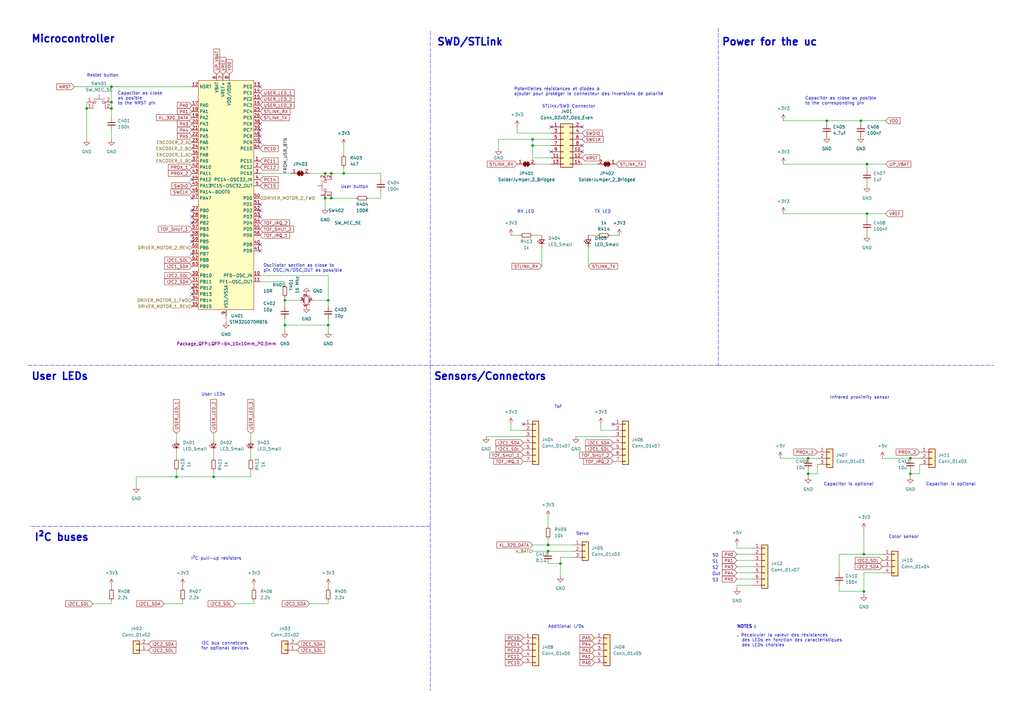
<source format=kicad_sch>
(kicad_sch (version 20211123) (generator eeschema)
  (paper "A3")
  (title_block (title "Projet Robot ESE") (date "2022-10-06") (rev "1.0") (company "ENSEA"))
  (junction (at 339.09 49.53))
  (junction (at 135.89 81.28))
  (junction (at 229.87 231.14))
  (junction (at 45.72 44.45))
  (junction (at 134.62 123.19))
  (junction (at 353.06 49.53))
  (junction (at 373.38 187.96))
  (junction (at 224.79 223.52))
  (junction (at 133.35 71.12))
  (junction (at 218.44 59.69))
  (junction (at 331.47 194.31))
  (junction (at 133.35 81.28))
  (junction (at 116.84 133.35))
  (junction (at 140.97 71.12))
  (junction (at 354.33 242.57))
  (junction (at 35.56 44.45))
  (junction (at 373.38 194.31))
  (junction (at 354.33 227.33))
  (junction (at 87.63 195.58))
  (junction (at 355.6 67.31))
  (junction (at 45.72 35.56))
  (junction (at 45.72 41.91))
  (junction (at 331.47 187.96))
  (junction (at 72.39 195.58))
  (junction (at 355.6 87.63))
  (junction (at 224.79 226.06))
  (junction (at 135.89 71.12))
  (junction (at 134.62 133.35))
  (junction (at 116.84 123.19))
  (junction (at 218.44 57.15))
  (no_connect (at 238.76 52.07))
  (no_connect (at 214.63 173.99))
  (no_connect (at 226.06 52.07))
  (no_connect (at 251.46 173.99))
  (no_connect (at 238.76 59.69))
  (no_connect (at 106.68 53.34))
  (no_connect (at 106.68 55.88))
  (no_connect (at 106.68 58.42))
  (no_connect (at 106.68 50.8))
  (no_connect (at 78.74 73.66))
  (no_connect (at 106.68 100.33))
  (no_connect (at 106.68 102.87))
  (no_connect (at 78.74 118.11))
  (no_connect (at 78.74 104.14))
  (no_connect (at 78.74 120.65))
  (no_connect (at 106.68 83.82))
  (no_connect (at 106.68 86.36))
  (no_connect (at 106.68 88.9))
  (no_connect (at 78.74 96.52))
  (no_connect (at 78.74 99.06))
  (no_connect (at 78.74 81.28))
  (no_connect (at 78.74 86.36))
  (no_connect (at 78.74 88.9))
  (no_connect (at 78.74 91.44))
  (no_connect (at 238.76 62.23))
  (no_connect (at 226.06 62.23))
  (no_connect (at 106.68 35.56))
  (wire (pts (xy 116.84 133.35) (xy 134.62 133.35)))
  (wire (pts (xy 224.79 212.09) (xy 224.79 215.9)))
  (wire (pts (xy 302.26 240.03) (xy 308.61 240.03)))
  (wire (pts (xy 331.47 193.04) (xy 331.47 194.31)))
  (wire (pts (xy 321.31 49.53) (xy 339.09 49.53)))
  (wire (pts (xy 45.72 41.91) (xy 45.72 44.45)))
  (wire (pts (xy 45.72 240.03) (xy 45.72 241.3)))
  (wire (pts (xy 116.84 123.19) (xy 116.84 125.73)))
  (wire (pts (xy 218.44 64.77) (xy 218.44 59.69)))
  (wire (pts (xy 335.28 194.31) (xy 335.28 190.5)))
  (wire (pts (xy 127 71.12) (xy 133.35 71.12)))
  (wire (pts (xy 354.33 227.33) (xy 344.17 227.33)))
  (wire (pts (xy 331.47 194.31) (xy 331.47 195.58)))
  (wire (pts (xy 55.88 195.58) (xy 72.39 195.58)))
  (wire (pts (xy 106.68 71.12) (xy 119.38 71.12)))
  (wire (pts (xy 204.47 57.15) (xy 204.47 60.96)))
  (wire (pts (xy 222.25 101.6) (xy 222.25 109.22)))
  (wire (pts (xy 250.19 96.52) (xy 254 96.52)))
  (wire (pts (xy 116.84 121.92) (xy 116.84 123.19)))
  (wire (pts (xy 354.33 242.57) (xy 354.33 243.84)))
  (polyline (pts (xy 176.53 149.86) (xy 294.64 149.86)))
  (polyline (pts (xy 11.43 149.86) (xy 176.53 149.86)))
  (wire (pts (xy 302.26 227.33) (xy 308.61 227.33)))
  (wire (pts (xy 134.62 113.03) (xy 134.62 123.19)))
  (wire (pts (xy 72.39 185.42) (xy 72.39 187.96)))
  (wire (pts (xy 72.39 193.04) (xy 72.39 195.58)))
  (wire (pts (xy 214.63 176.53) (xy 209.55 176.53)))
  (wire (pts (xy 373.38 193.04) (xy 373.38 194.31)))
  (wire (pts (xy 226.06 57.15) (xy 218.44 57.15)))
  (wire (pts (xy 140.97 71.12) (xy 156.21 71.12)))
  (wire (pts (xy 102.87 195.58) (xy 87.63 195.58)))
  (wire (pts (xy 344.17 227.33) (xy 344.17 234.95)))
  (wire (pts (xy 67.31 247.65) (xy 74.93 247.65)))
  (wire (pts (xy 133.35 81.28) (xy 135.89 81.28)))
  (wire (pts (xy 87.63 177.8) (xy 87.63 180.34)))
  (wire (pts (xy 72.39 177.8) (xy 72.39 180.34)))
  (wire (pts (xy 156.21 78.74) (xy 156.21 81.28)))
  (polyline (pts (xy 294.64 11.43) (xy 294.64 149.86)))
  (wire (pts (xy 363.22 67.31) (xy 355.6 67.31)))
  (wire (pts (xy 373.38 187.96) (xy 377.19 187.96)))
  (wire (pts (xy 199.39 179.07) (xy 214.63 179.07)))
  (wire (pts (xy 45.72 246.38) (xy 45.72 247.65)))
  (wire (pts (xy 218.44 223.52) (xy 224.79 223.52)))
  (wire (pts (xy 302.26 224.79) (xy 302.26 223.52)))
  (wire (pts (xy 219.71 67.31) (xy 226.06 67.31)))
  (wire (pts (xy 236.22 179.07) (xy 251.46 179.07)))
  (wire (pts (xy 102.87 193.04) (xy 102.87 195.58)))
  (wire (pts (xy 72.39 195.58) (xy 87.63 195.58)))
  (wire (pts (xy 355.6 87.63) (xy 363.22 87.63)))
  (wire (pts (xy 218.44 57.15) (xy 204.47 57.15)))
  (wire (pts (xy 229.87 228.6) (xy 229.87 231.14)))
  (wire (pts (xy 321.31 67.31) (xy 355.6 67.31)))
  (wire (pts (xy 363.22 49.53) (xy 353.06 49.53)))
  (wire (pts (xy 140.97 59.69) (xy 140.97 63.5)))
  (wire (pts (xy 339.09 49.53) (xy 353.06 49.53)))
  (wire (pts (xy 87.63 193.04) (xy 87.63 195.58)))
  (wire (pts (xy 234.95 228.6) (xy 229.87 228.6)))
  (wire (pts (xy 156.21 71.12) (xy 156.21 73.66)))
  (wire (pts (xy 377.19 194.31) (xy 377.19 190.5)))
  (wire (pts (xy 226.06 54.61) (xy 212.09 54.61)))
  (wire (pts (xy 128.27 123.19) (xy 134.62 123.19)))
  (wire (pts (xy 102.87 185.42) (xy 102.87 187.96)))
  (wire (pts (xy 361.95 234.95) (xy 354.33 234.95)))
  (wire (pts (xy 354.33 217.17) (xy 354.33 227.33)))
  (wire (pts (xy 355.6 67.31) (xy 355.6 69.85)))
  (wire (pts (xy 308.61 224.79) (xy 302.26 224.79)))
  (wire (pts (xy 30.48 35.56) (xy 45.72 35.56)))
  (wire (pts (xy 116.84 123.19) (xy 123.19 123.19)))
  (wire (pts (xy 134.62 130.81) (xy 134.62 133.35)))
  (wire (pts (xy 355.6 95.25) (xy 355.6 96.52)))
  (wire (pts (xy 35.56 41.91) (xy 35.56 44.45)))
  (wire (pts (xy 133.35 71.12) (xy 135.89 71.12)))
  (wire (pts (xy 302.26 240.03) (xy 302.26 241.3)))
  (wire (pts (xy 96.52 247.65) (xy 104.14 247.65)))
  (wire (pts (xy 355.6 74.93) (xy 355.6 76.2)))
  (wire (pts (xy 92.71 129.54) (xy 92.71 132.08)))
  (wire (pts (xy 45.72 44.45) (xy 45.72 48.26)))
  (wire (pts (xy 224.79 231.14) (xy 229.87 231.14)))
  (wire (pts (xy 246.38 176.53) (xy 246.38 173.99)))
  (wire (pts (xy 87.63 185.42) (xy 87.63 187.96)))
  (wire (pts (xy 209.55 96.52) (xy 213.36 96.52)))
  (wire (pts (xy 140.97 68.58) (xy 140.97 71.12)))
  (wire (pts (xy 241.3 96.52) (xy 245.11 96.52)))
  (wire (pts (xy 156.21 81.28) (xy 151.13 81.28)))
  (wire (pts (xy 344.17 242.57) (xy 354.33 242.57)))
  (wire (pts (xy 135.89 81.28) (xy 146.05 81.28)))
  (wire (pts (xy 373.38 194.31) (xy 373.38 195.58)))
  (wire (pts (xy 218.44 59.69) (xy 218.44 57.15)))
  (wire (pts (xy 238.76 67.31) (xy 245.11 67.31)))
  (wire (pts (xy 339.09 49.53) (xy 339.09 50.8)))
  (wire (pts (xy 116.84 130.81) (xy 116.84 133.35)))
  (wire (pts (xy 127 247.65) (xy 134.62 247.65)))
  (wire (pts (xy 134.62 113.03) (xy 106.68 113.03)))
  (polyline (pts (xy 176.53 149.86) (xy 176.53 283.21)))
  (wire (pts (xy 354.33 234.95) (xy 354.33 242.57)))
  (wire (pts (xy 361.95 187.96) (xy 373.38 187.96)))
  (wire (pts (xy 35.56 44.45) (xy 35.56 57.15)))
  (wire (pts (xy 353.06 49.53) (xy 353.06 50.8)))
  (wire (pts (xy 212.09 54.61) (xy 212.09 52.07)))
  (wire (pts (xy 74.93 240.03) (xy 74.93 241.3)))
  (wire (pts (xy 104.14 240.03) (xy 104.14 241.3)))
  (wire (pts (xy 331.47 194.31) (xy 335.28 194.31)))
  (wire (pts (xy 116.84 133.35) (xy 116.84 135.89)))
  (wire (pts (xy 320.04 187.96) (xy 331.47 187.96)))
  (wire (pts (xy 45.72 35.56) (xy 78.74 35.56)))
  (wire (pts (xy 55.88 199.39) (xy 55.88 195.58)))
  (wire (pts (xy 45.72 53.34) (xy 45.72 57.15)))
  (wire (pts (xy 134.62 123.19) (xy 134.62 125.73)))
  (polyline (pts (xy 12.7 215.9) (xy 176.53 215.9)))
  (wire (pts (xy 355.6 87.63) (xy 355.6 90.17)))
  (wire (pts (xy 102.87 177.8) (xy 102.87 180.34)))
  (wire (pts (xy 74.93 246.38) (xy 74.93 247.65)))
  (wire (pts (xy 234.95 223.52) (xy 224.79 223.52)))
  (wire (pts (xy 302.26 229.87) (xy 308.61 229.87)))
  (wire (pts (xy 133.35 81.28) (xy 133.35 85.09)))
  (wire (pts (xy 302.26 232.41) (xy 308.61 232.41)))
  (wire (pts (xy 135.89 71.12) (xy 140.97 71.12)))
  (wire (pts (xy 116.84 115.57) (xy 116.84 116.84)))
  (wire (pts (xy 251.46 176.53) (xy 246.38 176.53)))
  (wire (pts (xy 224.79 226.06) (xy 234.95 226.06)))
  (wire (pts (xy 321.31 87.63) (xy 355.6 87.63)))
  (wire (pts (xy 38.1 247.65) (xy 45.72 247.65)))
  (wire (pts (xy 45.72 35.56) (xy 45.72 41.91)))
  (wire (pts (xy 302.26 237.49) (xy 308.61 237.49)))
  (wire (pts (xy 224.79 223.52) (xy 224.79 220.98)))
  (wire (pts (xy 361.95 227.33) (xy 354.33 227.33)))
  (polyline (pts (xy 176.53 12.7) (xy 176.53 149.86)))
  (wire (pts (xy 134.62 246.38) (xy 134.62 247.65)))
  (polyline (pts (xy 294.64 149.86) (xy 407.67 149.86)))
  (wire (pts (xy 344.17 240.03) (xy 344.17 242.57)))
  (wire (pts (xy 218.44 96.52) (xy 222.25 96.52)))
  (wire (pts (xy 241.3 101.6) (xy 241.3 109.22)))
  (wire (pts (xy 229.87 231.14) (xy 229.87 236.22)))
  (wire (pts (xy 104.14 246.38) (xy 104.14 247.65)))
  (wire (pts (xy 134.62 240.03) (xy 134.62 241.3)))
  (wire (pts (xy 302.26 234.95) (xy 308.61 234.95)))
  (wire (pts (xy 226.06 59.69) (xy 218.44 59.69)))
  (wire (pts (xy 116.84 115.57) (xy 106.68 115.57)))
  (wire (pts (xy 134.62 133.35) (xy 134.62 135.89)))
  (wire (pts (xy 209.55 176.53) (xy 209.55 173.99)))
  (wire (pts (xy 373.38 194.31) (xy 377.19 194.31)))
  (wire (pts (xy 226.06 64.77) (xy 218.44 64.77)))
  (wire (pts (xy 218.44 226.06) (xy 224.79 226.06)))
  (wire (pts (xy 331.47 187.96) (xy 335.28 187.96)))
  (text "Capacitor as close \nas posible\nto the NRST pin" (at 48.26 43.18 0) (effects (font (size 1.27 1.27)) (justify left bottom)))
  (text "Capacitor as close as posible \nto the corresponding pin" (at 330.2 43.18 0) (effects (font (size 1.27 1.27)) (justify left bottom)))
  (text "S3" (at 292.1 238.76 0) (effects (font (size 1.27 1.27)) (justify left bottom)))
  (text "Potentielles résistances et diodes à \najouter pour protéger le connecteur des inversions de polarité\n" (at 210.82 39.37 0) (effects (font (size 1.27 1.27)) (justify left bottom)))
  (text "User LEDs" (at 12.7 156.21 0) (effects (font (size 3 3) bold) (justify left bottom)))
  (text "I2C bus connetcors\nfor optional devices\n" (at 82.55 266.7 0) (effects (font (size 1.27 1.27)) (justify left bottom)))
  (text "Out\n" (at 292.1 236.22 0) (effects (font (size 1.27 1.27)) (justify left bottom)))
  (text "SWD/STLink\n" (at 179.07 19.05 0) (effects (font (size 3 3) bold) (justify left bottom)))
  (text ". Recalculer la valeur des résistances\n  des LEDs en fonction des caractéristiques\n  des LEDs choisies \n" (at 302.26 265.43 0) (effects (font (size 1.27 1.27)) (justify left bottom)))
  (text "Restet button" (at 35.56 31.75 0) (effects (font (size 1.27 1.27)) (justify left bottom)))
  (text "Sensors/Connectors" (at 177.8 156.21 0) (effects (font (size 3 3) bold) (justify left bottom)))
  (text "Capacitor is optional\n" (at 379.73 199.39 0) (effects (font (size 1.27 1.27)) (justify left bottom)))
  (text "I²C pull-up resistors\n" (at 99.06 229.87 180) (effects (font (size 1.27 1.27)) (justify right bottom)))
  (text "Power for the uc" (at 295.91 19.05 0) (effects (font (size 3 3) bold) (justify left bottom)))
  (text "Capacitor is optional\n" (at 337.82 199.39 0) (effects (font (size 1.27 1.27)) (justify left bottom)))
  (text "Oscillator section as close to\npin OSC_IN/OSC_OUT as possible\n" (at 107.95 111.76 0) (effects (font (size 1.27 1.27)) (justify left bottom)))
  (text "S2" (at 292.1 233.68 0) (effects (font (size 1.27 1.27)) (justify left bottom)))
  (text "Additional I/0s\n" (at 224.79 257.81 0) (effects (font (size 1.27 1.27)) (justify left bottom)))
  (text "Servo\n" (at 236.22 219.71 0) (effects (font (size 1.27 1.27)) (justify left bottom)))
  (text "S1" (at 292.1 231.14 0) (effects (font (size 1.27 1.27)) (justify left bottom)))
  (text "User LEDs" (at 82.55 162.56 0) (effects (font (size 1.27 1.27)) (justify left bottom)))
  (text "NOTES :" (at 302.26 257.81 0) (effects (font (size 1.27 1.27) (thickness 0.254) bold) (justify left bottom)))
  (text "TX LED" (at 243.84 87.63 0) (effects (font (size 1.27 1.27)) (justify left bottom)))
  (text "I²C buses" (at 13.97 222.25 0) (effects (font (size 3 3) bold) (justify left bottom)))
  (text "Color sensor\n" (at 364.49 220.98 0) (effects (font (size 1.27 1.27)) (justify left bottom)))
  (text "RX LED" (at 212.09 87.63 0) (effects (font (size 1.27 1.27)) (justify left bottom)))
  (text "S0" (at 292.1 228.6 0) (effects (font (size 1.27 1.27)) (justify left bottom)))
  (text "User button\n" (at 139.7 77.47 0) (effects (font (size 1.27 1.27)) (justify left bottom)))
  (text "STLink/SWD Connector" (at 222.25 44.45 0) (effects (font (size 1.27 1.27)) (justify left bottom)))
  (text "Infrared proximity sensor" (at 340.36 163.83 0) (effects (font (size 1.27 1.27)) (justify left bottom)))
  (text "ToF" (at 227.33 167.64 0) (effects (font (size 1.27 1.27)) (justify left bottom)))
  (text "Microcontroller" (at 12.7 17.78 0) (effects (font (size 3 3) (thickness 0.6) bold) (justify left bottom)))
  (label "FROM_USR_BTN" (at 118.11 71.12 90))
  (global_label "I2C1_SDL" (shape input) (at 78.74 106.68 180) (property "Références Inter-Feuilles" "${INTERSHEET_REFS}" (effects hide)))
  (global_label "PA3" (shape input) (at 302.26 232.41 180) (property "Intersheet References" "${INTERSHEET_REFS}" (effects hide)))
  (global_label "PA0" (shape input) (at 302.26 227.33 180) (property "Intersheet References" "${INTERSHEET_REFS}" (effects hide)))
  (global_label "PC12" (shape input) (at 106.68 68.58 0) (property "Intersheet References" "${INTERSHEET_REFS}" (effects hide)))
  (global_label "TOF_IRQ_1" (shape input) (at 214.63 189.23 180) (property "Intersheet References" "${INTERSHEET_REFS}" (effects hide)))
  (global_label "PA1" (shape input) (at 243.84 269.24 180) (property "Intersheet References" "${INTERSHEET_REFS}" (effects hide)))
  (global_label "I2C1_SDL" (shape input) (at 214.63 184.15 180) (property "Références Inter-Feuilles" "${INTERSHEET_REFS}" (effects hide)))
  (global_label "TOF_SHUT_2" (shape input) (at 251.46 186.69 180) (property "Intersheet References" "${INTERSHEET_REFS}" (effects hide)))
  (global_label "USER_LED_2" (shape input) (at 106.68 40.64 0) (property "Intersheet References" "${INTERSHEET_REFS}" (effects hide)))
  (global_label "STLINK_TX" (shape input) (at 252.73 67.31 0) (property "Références Inter-Feuilles" "${INTERSHEET_REFS}" (effects hide)))
  (global_label "PA3" (shape input) (at 78.74 50.8 180) (property "Intersheet References" "${INTERSHEET_REFS}" (effects hide)))
  (global_label "PA4" (shape input) (at 302.26 234.95 180) (property "Intersheet References" "${INTERSHEET_REFS}" (effects hide)))
  (global_label "UP_VBAT" (shape input) (at 363.22 67.31 0) (property "Intersheet References" "${INTERSHEET_REFS}" (effects hide)))
  (global_label "VDD" (shape input) (at 363.22 49.53 0) (property "Intersheet References" "${INTERSHEET_REFS}" (effects hide)))
  (global_label "PROX_2" (shape input) (at 377.19 185.42 180) (property "Intersheet References" "${INTERSHEET_REFS}" (effects hide)))
  (global_label "USER_LED_1" (shape input) (at 106.68 38.1 0) (property "Intersheet References" "${INTERSHEET_REFS}" (effects hide)))
  (global_label "STLINK_TX" (shape input) (at 241.3 109.22 0) (property "Références Inter-Feuilles" "${INTERSHEET_REFS}" (effects hide)))
  (global_label "TOF_IRQ_1" (shape input) (at 106.68 96.52 0) (property "Intersheet References" "${INTERSHEET_REFS}" (effects hide)))
  (global_label "VREF" (shape input) (at 363.22 87.63 0) (property "Intersheet References" "${INTERSHEET_REFS}" (effects hide)))
  (global_label "PC14" (shape input) (at 106.68 73.66 0) (property "Intersheet References" "${INTERSHEET_REFS}" (effects hide)))
  (global_label "VDD" (shape input) (at 93.98 30.48 90) (property "Références Inter-Feuilles" "${INTERSHEET_REFS}" (effects hide)))
  (global_label "USER_LED_3" (shape input) (at 102.87 177.8 90) (property "Intersheet References" "${INTERSHEET_REFS}" (effects hide)))
  (global_label "I2C2_SDA" (shape input) (at 361.95 232.41 180) (property "Références Inter-Feuilles" "${INTERSHEET_REFS}" (effects hide)))
  (global_label "VREF" (shape input) (at 91.44 30.48 90) (property "Références Inter-Feuilles" "${INTERSHEET_REFS}" (effects hide)))
  (global_label "PA5" (shape input) (at 243.84 261.62 180) (property "Intersheet References" "${INTERSHEET_REFS}" (effects hide)))
  (global_label "NRST" (shape input) (at 30.48 35.56 180) (property "Intersheet References" "${INTERSHEET_REFS}" (effects hide)))
  (global_label "STLINK_RX" (shape input) (at 212.09 67.31 180) (property "Références Inter-Feuilles" "${INTERSHEET_REFS}" (effects hide)))
  (global_label "I2C2_SDL" (shape input) (at 78.74 113.03 180) (property "Références Inter-Feuilles" "${INTERSHEET_REFS}" (effects hide)))
  (global_label "TOF_IRQ_2" (shape input) (at 106.68 91.44 0) (property "Intersheet References" "${INTERSHEET_REFS}" (effects hide)))
  (global_label "PC12" (shape input) (at 214.63 266.7 180) (property "Intersheet References" "${INTERSHEET_REFS}" (effects hide)))
  (global_label "I2C1_SDA" (shape input) (at 78.74 109.22 180) (property "Références Inter-Feuilles" "${INTERSHEET_REFS}" (effects hide)))
  (global_label "UP_VBAT" (shape input) (at 88.9 30.48 90) (property "Références Inter-Feuilles" "${INTERSHEET_REFS}" (effects hide)))
  (global_label "SWDIO" (shape input) (at 78.74 76.2 180) (property "Intersheet References" "${INTERSHEET_REFS}" (effects hide)))
  (global_label "USER_LED_2" (shape input) (at 87.63 177.8 90) (property "Intersheet References" "${INTERSHEET_REFS}" (effects hide)))
  (global_label "NRST" (shape input) (at 238.76 64.77 0) (property "Intersheet References" "${INTERSHEET_REFS}" (effects hide)))
  (global_label "PA5" (shape input) (at 302.26 237.49 180) (property "Intersheet References" "${INTERSHEET_REFS}" (effects hide)))
  (global_label "I2C1_SDL" (shape input) (at 251.46 184.15 180) (property "Références Inter-Feuilles" "${INTERSHEET_REFS}" (effects hide)))
  (global_label "TOF_SHUT_2" (shape input) (at 106.68 93.98 0) (property "Intersheet References" "${INTERSHEET_REFS}" (effects hide)))
  (global_label "PC11" (shape input) (at 214.63 269.24 180) (property "Intersheet References" "${INTERSHEET_REFS}" (effects hide)))
  (global_label "PA1" (shape input) (at 78.74 45.72 180) (property "Intersheet References" "${INTERSHEET_REFS}" (effects hide)))
  (global_label "PA3" (shape input) (at 243.84 266.7 180) (property "Intersheet References" "${INTERSHEET_REFS}" (effects hide)))
  (global_label "PA0" (shape input) (at 243.84 271.78 180) (property "Intersheet References" "${INTERSHEET_REFS}" (effects hide)))
  (global_label "STLINK_RX" (shape input) (at 222.25 109.22 180) (property "Références Inter-Feuilles" "${INTERSHEET_REFS}" (effects hide)))
  (global_label "SWCLK" (shape input) (at 78.74 78.74 180) (property "Intersheet References" "${INTERSHEET_REFS}" (effects hide)))
  (global_label "TOF_SHUT_1" (shape input) (at 214.63 186.69 180) (property "Intersheet References" "${INTERSHEET_REFS}" (effects hide)))
  (global_label "XL_320_DATA" (shape input) (at 78.74 48.26 180) (property "Intersheet References" "${INTERSHEET_REFS}" (effects hide)))
  (global_label "STLINK_RX" (shape input) (at 106.68 45.72 0) (property "Références Inter-Feuilles" "${INTERSHEET_REFS}" (effects hide)))
  (global_label "PA4" (shape input) (at 243.84 264.16 180) (property "Intersheet References" "${INTERSHEET_REFS}" (effects hide)))
  (global_label "TOF_SHUT_1" (shape input) (at 78.74 93.98 180) (property "Intersheet References" "${INTERSHEET_REFS}" (effects hide)))
  (global_label "PA1" (shape input) (at 302.26 229.87 180) (property "Intersheet References" "${INTERSHEET_REFS}" (effects hide)))
  (global_label "PC15" (shape input) (at 214.63 261.62 180) (property "Intersheet References" "${INTERSHEET_REFS}" (effects hide)))
  (global_label "USER_LED_3" (shape input) (at 106.68 43.18 0) (property "Intersheet References" "${INTERSHEET_REFS}" (effects hide)))
  (global_label "I2C1_SDA" (shape input) (at 121.92 264.16 0) (property "Références Inter-Feuilles" "${INTERSHEET_REFS}" (effects hide)))
  (global_label "PA0" (shape input) (at 78.74 43.18 180) (property "Intersheet References" "${INTERSHEET_REFS}" (effects hide)))
  (global_label "PA4" (shape input) (at 78.74 53.34 180) (property "Intersheet References" "${INTERSHEET_REFS}" (effects hide)))
  (global_label "I2C2_SDL" (shape input) (at 96.52 247.65 180) (property "Références Inter-Feuilles" "${INTERSHEET_REFS}" (effects hide)))
  (global_label "TOF_IRQ_2" (shape input) (at 251.46 189.23 180) (property "Intersheet References" "${INTERSHEET_REFS}" (effects hide)))
  (global_label "SWCLK" (shape input) (at 238.76 57.15 0) (property "Intersheet References" "${INTERSHEET_REFS}" (effects hide)))
  (global_label "PC14" (shape input) (at 214.63 264.16 180) (property "Intersheet References" "${INTERSHEET_REFS}" (effects hide)))
  (global_label "PC10" (shape input) (at 106.68 60.96 0) (property "Intersheet References" "${INTERSHEET_REFS}" (effects hide)))
  (global_label "I2C2_SDA" (shape input) (at 127 247.65 180) (property "Références Inter-Feuilles" "${INTERSHEET_REFS}" (effects hide)))
  (global_label "I2C2_SDL" (shape input) (at 60.96 266.7 0) (property "Références Inter-Feuilles" "${INTERSHEET_REFS}" (effects hide)))
  (global_label "I2C1_SDA" (shape input) (at 251.46 181.61 180) (property "Références Inter-Feuilles" "${INTERSHEET_REFS}" (effects hide)))
  (global_label "USER_LED_1" (shape input) (at 72.39 177.8 90) (property "Intersheet References" "${INTERSHEET_REFS}" (effects hide)))
  (global_label "I2C2_SDL" (shape input) (at 361.95 229.87 180) (property "Références Inter-Feuilles" "${INTERSHEET_REFS}" (effects hide)))
  (global_label "I2C1_SDL" (shape input) (at 38.1 247.65 180) (property "Références Inter-Feuilles" "${INTERSHEET_REFS}" (effects hide)))
  (global_label "XL_320_DATA" (shape input) (at 218.44 223.52 180) (property "Intersheet References" "${INTERSHEET_REFS}" (effects hide)))
  (global_label "PROX_2" (shape input) (at 78.74 71.12 180) (property "Intersheet References" "${INTERSHEET_REFS}" (effects hide)))
  (global_label "STLINK_TX" (shape input) (at 106.68 48.26 0) (property "Références Inter-Feuilles" "${INTERSHEET_REFS}" (effects hide)))
  (global_label "I2C2_SDA" (shape input) (at 60.96 264.16 0) (property "Références Inter-Feuilles" "${INTERSHEET_REFS}" (effects hide)))
  (global_label "I2C1_SDA" (shape input) (at 214.63 181.61 180) (property "Références Inter-Feuilles" "${INTERSHEET_REFS}" (effects hide)))
  (global_label "SWDIO" (shape input) (at 238.76 54.61 0) (property "Intersheet References" "${INTERSHEET_REFS}" (effects hide)))
  (global_label "I2C2_SDA" (shape input) (at 78.74 115.57 180) (property "Références Inter-Feuilles" "${INTERSHEET_REFS}" (effects hide)))
  (global_label "I2C1_SDL" (shape input) (at 121.92 266.7 0) (property "Références Inter-Feuilles" "${INTERSHEET_REFS}" (effects hide)))
  (global_label "PROX_1" (shape input) (at 78.74 68.58 180) (property "Intersheet References" "${INTERSHEET_REFS}" (effects hide)))
  (global_label "PA5" (shape input) (at 78.74 55.88 180) (property "Intersheet References" "${INTERSHEET_REFS}" (effects hide)))
  (global_label "PC10" (shape input) (at 214.63 271.78 180) (property "Intersheet References" "${INTERSHEET_REFS}" (effects hide)))
  (global_label "PROX_1" (shape input) (at 335.28 185.42 180) (property "Intersheet References" "${INTERSHEET_REFS}" (effects hide)))
  (global_label "PC15" (shape input) (at 106.68 76.2 0) (property "Intersheet References" "${INTERSHEET_REFS}" (effects hide)))
  (global_label "PC11" (shape input) (at 106.68 66.04 0) (property "Intersheet References" "${INTERSHEET_REFS}" (effects hide)))
  (global_label "I2C1_SDA" (shape input) (at 67.31 247.65 180) (property "Références Inter-Feuilles" "${INTERSHEET_REFS}" (effects hide)))
  (hierarchical_label "V_BAT" (shape input) (at 218.44 226.06 180))
  (hierarchical_label "ENCODER_2_B" (shape input) (at 78.74 60.96 180))
  (hierarchical_label "DRIVER_MOTOR_1_FWD" (shape input) (at 78.74 123.19 180))
  (hierarchical_label "DRIVER_MOTOR_1_REV" (shape input) (at 78.74 125.73 180))
  (hierarchical_label "DRIVER_MOTOR_2_FWD" (shape input) (at 106.68 81.28 0))
  (hierarchical_label "ENCODER_1_A" (shape input) (at 78.74 63.5 180))
  (hierarchical_label "ENCODER_1_B" (shape input) (at 78.74 66.04 180))
  (hierarchical_label "ENCODER_2_A" (shape input) (at 78.74 58.42 180))
  (hierarchical_label "DRIVER_MOTOR_2_REV" (shape input) (at 78.74 101.6 180))
  (symbol (lib_id "Connector_Generic:Conn_02x07_Odd_Even") (at 231.14 59.69 0) (unit 1)
    (property "Reference" "J401" (at 232.41 45.72 0))
    (property "Value" "Conn_02x07_Odd_Even" (at 232.41 48.26 0))
    (property "Footprint" "Connector_PinHeader_1.27mm:PinHeader_2x07_P1.27mm_Vertical_SMD" (effects hide))
  )
  (symbol (lib_id "power:GND") (at 134.62 135.89 0) (unit 1)
    (property "Reference" "#PWR0408" (effects hide))
    (property "Value" "GND" (at 134.62 140.97 0))
  )
  (symbol (lib_id "Connector_Generic:Conn_01x02") (at 116.84 266.7 180) (unit 1)
    (property "Reference" "J403" (at 116.84 257.81 0))
    (property "Value" "Conn_01x02" (at 116.84 260.35 0))
    (property "Footprint" "Connector_JST:JST_XH_B2B-XH-A_1x02_P2.50mm_Vertical" (effects hide))
  )
  (symbol (lib_id "Device:C_Small") (at 134.62 128.27 0) (unit 1)
    (property "Reference" "C403" (at 137.16 127.0062 0) (effects (justify left)))
    (property "Value" "10p" (at 137.16 129.5462 0) (effects (justify left)))
    (property "Footprint" "Capacitor_SMD:C_0603_1608Metric_Pad1.08x0.95mm_HandSolder" (effects hide))
  )
  (symbol (lib_id "power:GND") (at 133.35 85.09 0) (unit 1)
    (property "Reference" "#PWR0407" (effects hide))
    (property "Value" "GND" (at 133.35 90.17 0))
  )
  (symbol (lib_id "power:+3.3V") (at 321.31 67.31 0) (unit 1)
    (property "Reference" "#PWR0411" (effects hide))
    (property "Value" "+3.3V" (at 321.31 62.23 0))
  )
  (symbol (lib_id "Device:C_Small") (at 355.6 72.39 0) (unit 1)
    (property "Reference" "C407" (at 358.14 71.1262 0) (effects (justify left)))
    (property "Value" "1uF" (at 358.14 73.6662 0) (effects (justify left)))
    (property "Footprint" "Capacitor_SMD:C_0603_1608Metric_Pad1.08x0.95mm_HandSolder" (effects hide))
  )
  (symbol (lib_id "Connector_Generic:Conn_01x07") (at 219.71 181.61 0) (unit 1)
    (property "Reference" "J404" (at 222.25 180.3399 0) (effects (justify left)))
    (property "Value" "Conn_01x07" (at 222.25 182.8799 0) (effects (justify left)))
    (property "Footprint" "Connector_JST:JST_XH_B7B-XH-A_1x07_P2.50mm_Vertical" (effects hide))
  )
  (symbol (lib_id "Connector_Generic:Conn_01x03") (at 240.03 226.06 0) (unit 1)
    (property "Reference" "J405" (at 242.57 224.7899 0) (effects (justify left)))
    (property "Value" "Conn_01x03" (at 242.57 227.3299 0) (effects (justify left)))
    (property "Footprint" "Connector_JST:JST_XH_B3B-XH-A_1x03_P2.50mm_Vertical" (effects hide))
  )
  (symbol (lib_id "Jumper:SolderJumper_2_Bridged") (at 123.19 71.12 0) (unit 1)
    (property "Reference" "JP403" (at 123.19 67.31 0))
    (property "Value" "SolderJumper_2_Bridged" (effects hide))
    (property "Footprint" "Jumper:SolderJumper-2_P1.3mm_Bridged_Pad1.0x1.5mm" (effects hide))
  )
  (symbol (lib_id "Device:R_Small") (at 74.93 243.84 0) (unit 1)
    (property "Reference" "R407" (at 77.47 242.5699 0) (effects (justify left)))
    (property "Value" "2.2k" (at 77.47 245.1099 0) (effects (justify left)))
    (property "Footprint" "Resistor_SMD:R_0603_1608Metric_Pad0.98x0.95mm_HandSolder" (effects hide))
  )
  (symbol (lib_id "Device:R_Small") (at 224.79 218.44 0) (unit 1)
    (property "Reference" "R409" (at 227.33 217.1699 0) (effects (justify left)))
    (property "Value" "10k" (at 227.33 219.7099 0) (effects (justify left)))
    (property "Footprint" "Resistor_SMD:R_0603_1608Metric_Pad0.98x0.95mm_HandSolder" (effects hide))
  )
  (symbol (lib_id "Connector_Generic:Conn_01x05") (at 219.71 266.7 0) (unit 1)
    (property "Reference" "J408" (at 222.25 265.4299 0) (effects (justify left)))
    (property "Value" "Conn_01x05" (at 222.25 267.9699 0) (effects (justify left)))
    (property "Footprint" "Connector_PinSocket_2.54mm:PinSocket_1x05_P2.54mm_Vertical" (effects hide))
  )
  (symbol (lib_id "Device:C_Small") (at 373.38 190.5 0) (unit 1)
    (property "Reference" "C411" (at 368.3 189.23 0) (effects (justify left)))
    (property "Value" "10u" (at 368.3 191.77 0) (effects (justify left)))
    (property "Footprint" "Capacitor_SMD:C_0603_1608Metric_Pad1.08x0.95mm_HandSolder" (effects hide))
  )
  (symbol (lib_id "Device:C_Small") (at 116.84 128.27 0) (unit 1)
    (property "Reference" "C402" (at 107.95 124.46 0) (effects (justify left)))
    (property "Value" "10p" (at 107.95 127 0) (effects (justify left)))
    (property "Footprint" "Capacitor_SMD:C_0603_1608Metric_Pad1.08x0.95mm_HandSolder" (effects hide))
  )
  (symbol (lib_id "power:+3.3V") (at 45.72 240.03 0) (unit 1)
    (property "Reference" "#PWR0110" (effects hide))
    (property "Value" "+3.3V" (at 45.72 234.95 0))
  )
  (symbol (lib_id "power:GND") (at 229.87 236.22 0) (unit 1)
    (property "Reference" "#PWR0107" (effects hide))
    (property "Value" "GND" (at 229.87 241.3 0))
  )
  (symbol (lib_id "Device:R_Small") (at 116.84 119.38 0) (unit 1)
    (property "Reference" "R401" (at 111.76 116.84 0) (effects (justify left)))
    (property "Value" "10R" (at 107.95 119.38 0) (effects (justify left)))
    (property "Footprint" "Resistor_SMD:R_0603_1608Metric_Pad0.98x0.95mm_HandSolder" (effects hide))
  )
  (symbol (lib_id "Connector_Generic:Conn_01x07") (at 256.54 181.61 0) (unit 1)
    (property "Reference" "J406" (at 259.08 180.3399 0) (effects (justify left)))
    (property "Value" "Conn_01x07" (at 259.08 182.8799 0) (effects (justify left)))
    (property "Footprint" "Connector_JST:JST_XH_B7B-XH-A_1x07_P2.50mm_Vertical" (effects hide))
  )
  (symbol (lib_id "Device:R_Small") (at 140.97 66.04 0) (unit 1)
    (property "Reference" "R403" (at 143.51 64.7699 0) (effects (justify left)))
    (property "Value" "4k7" (at 143.51 67.3099 0) (effects (justify left)))
    (property "Footprint" "Resistor_SMD:R_0603_1608Metric_Pad0.98x0.95mm_HandSolder" (effects hide))
  )
  (symbol (lib_id "power:GND") (at 373.38 195.58 0) (unit 1)
    (property "Reference" "#PWR0425" (effects hide))
    (property "Value" "GND" (at 373.38 200.66 0))
  )
  (symbol (lib_id "Device:R_Small") (at 134.62 243.84 0) (unit 1)
    (property "Reference" "R405" (at 137.16 242.5699 0) (effects (justify left)))
    (property "Value" "2.2k" (at 137.16 245.1099 0) (effects (justify left)))
    (property "Footprint" "Resistor_SMD:R_0603_1608Metric_Pad0.98x0.95mm_HandSolder" (effects hide))
  )
  (symbol (lib_id "Connector_Generic:Conn_01x02") (at 55.88 266.7 180) (unit 1)
    (property "Reference" "J402" (at 55.88 257.81 0))
    (property "Value" "Conn_01x02" (at 55.88 260.35 0))
    (property "Footprint" "Connector_JST:JST_XH_B2B-XH-A_1x02_P2.50mm_Vertical" (effects hide))
  )
  (symbol (lib_id "power:+3.3V") (at 209.55 96.52 0) (unit 1)
    (property "Reference" "#PWR0418" (effects hide))
    (property "Value" "+3.3V" (at 209.55 91.44 0))
  )
  (symbol (lib_id "Connector_Generic:Conn_01x03") (at 382.27 187.96 0) (unit 1)
    (property "Reference" "J411" (at 384.81 186.6899 0) (effects (justify left)))
    (property "Value" "Conn_01x03" (at 384.81 189.2299 0) (effects (justify left)))
    (property "Footprint" "Connector_JST:JST_XH_B3B-XH-A_1x03_P2.50mm_Vertical" (effects hide))
  )
  (symbol (lib_id "Device:R_Small") (at 72.39 190.5 0) (unit 1)
    (property "Reference" "R410" (at 74.93 190.5 90))
    (property "Value" "1k" (at 77.47 190.5 90))
    (property "Footprint" "Resistor_SMD:R_0603_1608Metric_Pad0.98x0.95mm_HandSolder" (effects hide))
  )
  (symbol (lib_id "Device:LED_Small") (at 72.39 182.88 90) (unit 1)
    (property "Reference" "D401" (at 74.93 181.5464 90) (effects (justify right)))
    (property "Value" "LED_Small" (at 74.93 184.0864 90) (effects (justify right)))
    (property "Footprint" "LED_SMD:LED_0603_1608Metric_Pad1.05x0.95mm_HandSolder" (effects hide))
  )
  (symbol (lib_id "power:+3.3V") (at 224.79 212.09 0) (unit 1)
    (property "Reference" "#PWR0108" (effects hide))
    (property "Value" "+3.3V" (at 224.79 207.01 0))
  )
  (symbol (lib_id "power:GND") (at 199.39 179.07 0) (unit 1)
    (property "Reference" "#PWR0106" (effects hide))
    (property "Value" "GND" (at 199.39 184.15 0))
  )
  (symbol (lib_id "power:GND") (at 355.6 96.52 0) (unit 1)
    (property "Reference" "#PWR0416" (effects hide))
    (property "Value" "GND" (at 355.6 101.6 0))
  )
  (symbol (lib_id "Device:R_Small") (at 87.63 190.5 0) (unit 1)
    (property "Reference" "R411" (at 90.17 190.5 90))
    (property "Value" "1k" (at 92.71 190.5 90))
    (property "Footprint" "Resistor_SMD:R_0603_1608Metric_Pad0.98x0.95mm_HandSolder" (effects hide))
  )
  (symbol (lib_id "power:GND") (at 236.22 179.07 0) (unit 1)
    (property "Reference" "#PWR0104" (effects hide))
    (property "Value" "GND" (at 236.22 184.15 0))
  )
  (symbol (lib_id "Device:LED_Small") (at 102.87 182.88 90) (unit 1)
    (property "Reference" "D403" (at 105.41 181.5464 90) (effects (justify right)))
    (property "Value" "LED_Small" (at 105.41 184.0864 90) (effects (justify right)))
    (property "Footprint" "LED_SMD:LED_0603_1608Metric_Pad1.05x0.95mm_HandSolder" (effects hide))
  )
  (symbol (lib_id "Device:Crystal_GND24_Small") (at 125.73 123.19 180) (unit 1)
    (property "Reference" "Y401" (at 119.38 116.84 90))
    (property "Value" "16 Mhz" (at 121.92 116.84 90))
    (property "Footprint" "Crystal:Crystal_SMD_EuroQuartz_MT-4Pin_3.2x2.5mm" (effects hide))
  )
  (symbol (lib_id "Device:C_Small") (at 344.17 237.49 0) (unit 1)
    (property "Reference" "C410" (at 346.71 236.2262 0) (effects (justify left)))
    (property "Value" "100n" (at 346.71 238.7662 0) (effects (justify left)))
    (property "Footprint" "Capacitor_SMD:C_0603_1608Metric_Pad1.08x0.95mm_HandSolder" (effects hide))
  )
  (symbol (lib_id "power:+3.3V") (at 104.14 240.03 0) (unit 1)
    (property "Reference" "#PWR0102" (effects hide))
    (property "Value" "+3.3V" (at 104.14 234.95 0))
  )
  (symbol (lib_id "power:+3V3") (at 354.33 217.17 0) (unit 1)
    (property "Reference" "#PWR0421" (effects hide))
    (property "Value" "+3V3" (at 354.33 212.09 0))
  )
  (symbol (lib_id "Device:C_Small") (at 353.06 53.34 0) (unit 1)
    (property "Reference" "C406" (at 355.6 52.0762 0) (effects (justify left)))
    (property "Value" "100nF" (at 355.6 54.6162 0) (effects (justify left)))
    (property "Footprint" "Capacitor_SMD:C_0603_1608Metric_Pad1.08x0.95mm_HandSolder" (effects hide))
  )
  (symbol (lib_id "Device:C_Small") (at 45.72 50.8 0) (unit 1)
    (property "Reference" "C401" (at 48.26 49.5362 0) (effects (justify left)))
    (property "Value" "100n" (at 48.26 52.0762 0) (effects (justify left)))
    (property "Footprint" "Capacitor_SMD:C_0603_1608Metric_Pad1.08x0.95mm_HandSolder" (effects hide))
  )
  (symbol (lib_id "Device:LED_Small") (at 241.3 99.06 90) (unit 1)
    (property "Reference" "D405" (at 243.84 97.7264 90) (effects (justify right)))
    (property "Value" "LED_Small" (at 243.84 100.2664 90) (effects (justify right)))
    (property "Footprint" "LED_SMD:LED_0603_1608Metric_Pad1.05x0.95mm_HandSolder" (effects hide))
  )
  (symbol (lib_id "power:+3.3V") (at 246.38 173.99 0) (unit 1)
    (property "Reference" "#PWR0103" (effects hide))
    (property "Value" "+3.3V" (at 246.38 168.91 0))
  )
  (symbol (lib_id "power:GND") (at 331.47 195.58 0) (unit 1)
    (property "Reference" "#PWR0112" (effects hide))
    (property "Value" "GND" (at 331.47 200.66 0))
  )
  (symbol (lib_id "power:GND") (at 339.09 55.88 0) (unit 1)
    (property "Reference" "#PWR0413" (effects hide))
    (property "Value" "GND" (at 339.09 60.96 0))
  )
  (symbol (lib_id "power:GND") (at 204.47 60.96 0) (unit 1)
    (property "Reference" "#PWR0401" (effects hide))
    (property "Value" "GND" (at 204.47 64.77 0))
  )
  (symbol (lib_id "power:GND") (at 354.33 243.84 0) (unit 1)
    (property "Reference" "#PWR0422" (effects hide))
    (property "Value" "GND" (at 354.33 248.92 0))
  )
  (symbol (lib_id "Device:C_Small") (at 331.47 190.5 0) (unit 1)
    (property "Reference" "C409" (at 326.39 189.23 0) (effects (justify left)))
    (property "Value" "10u" (at 326.39 191.77 0) (effects (justify left)))
    (property "Footprint" "Capacitor_SMD:C_0603_1608Metric_Pad1.08x0.95mm_HandSolder" (effects hide))
  )
  (symbol (lib_name "SW_MEC_5E_1") (lib_id "Switch:SW_MEC_5E") (at 40.64 44.45 0) (unit 1)
    (property "Reference" "SW401" (at 40.64 34.29 0))
    (property "Value" "SW_MEC_5E" (at 40.64 36.83 0))
    (property "Footprint" "Button_Switch_THT:SW_PUSH_6mm" (effects hide))
    (property "Datasheet" "http://www.apem.com/int/index.php?controller=attachment&id_attachment=1371" (effects hide))
  )
  (symbol (lib_id "Device:R_Small") (at 102.87 190.5 0) (unit 1)
    (property "Reference" "R412" (at 105.41 190.5 90))
    (property "Value" "1k" (at 107.95 190.5 90))
    (property "Footprint" "Resistor_SMD:R_0603_1608Metric_Pad0.98x0.95mm_HandSolder" (effects hide))
  )
  (symbol (lib_id "power:+3.3V") (at 134.62 240.03 0) (unit 1)
    (property "Reference" "#PWR0101" (effects hide))
    (property "Value" "+3.3V" (at 134.62 234.95 0))
  )
  (symbol (lib_id "Device:C_Small") (at 355.6 92.71 0) (unit 1)
    (property "Reference" "C408" (at 358.14 91.4462 0) (effects (justify left)))
    (property "Value" "100nF" (at 358.14 93.9862 0) (effects (justify left)))
    (property "Footprint" "Capacitor_SMD:C_0603_1608Metric_Pad1.08x0.95mm_HandSolder" (effects hide))
  )
  (symbol (lib_id "Device:R_Small") (at 247.65 96.52 90) (unit 1)
    (property "Reference" "R414" (at 247.65 93.98 90))
    (property "Value" "1k" (at 247.65 91.44 90))
    (property "Footprint" "Resistor_SMD:R_0603_1608Metric_Pad0.98x0.95mm_HandSolder" (effects hide))
  )
  (symbol (lib_id "Connector_Generic:Conn_01x07") (at 313.69 232.41 0) (unit 1)
    (property "Reference" "J412" (at 316.23 231.1399 0) (effects (justify left)))
    (property "Value" "Conn_01x07" (at 316.23 233.6799 0) (effects (justify left)))
    (property "Footprint" "Connector_JST:JST_XH_B7B-XH-A_1x07_P2.50mm_Vertical" (effects hide))
  )
  (symbol (lib_id "power:+5V") (at 320.04 187.96 0) (unit 1)
    (property "Reference" "#PWR0114" (effects hide))
    (property "Value" "+5V" (at 320.04 182.88 0))
  )
  (symbol (lib_id "power:GND") (at 125.73 120.65 180) (unit 1)
    (property "Reference" "#PWR0111" (effects hide))
    (property "Value" "GND" (at 128.27 119.3799 0) (effects (justify right)))
  )
  (symbol (lib_id "power:+3.3V") (at 140.97 59.69 0) (unit 1)
    (property "Reference" "#PWR0409" (effects hide))
    (property "Value" "+3.3V" (at 140.97 54.61 0))
  )
  (symbol (lib_id "Device:R_Small") (at 148.59 81.28 270) (unit 1)
    (property "Reference" "R404" (at 148.59 83.82 90))
    (property "Value" "100R" (at 148.59 86.36 90))
    (property "Footprint" "Resistor_SMD:R_0603_1608Metric_Pad0.98x0.95mm_HandSolder" (effects hide))
  )
  (symbol (lib_id "power:+3.3V") (at 321.31 87.63 0) (unit 1)
    (property "Reference" "#PWR0412" (effects hide))
    (property "Value" "+3.3V" (at 321.31 82.55 0))
  )
  (symbol (lib_id "Device:LED_Small") (at 87.63 182.88 90) (unit 1)
    (property "Reference" "D402" (at 90.17 181.5464 90) (effects (justify right)))
    (property "Value" "LED_Small" (at 90.17 184.0864 90) (effects (justify right)))
    (property "Footprint" "LED_SMD:LED_0603_1608Metric_Pad1.05x0.95mm_HandSolder" (effects hide))
  )
  (symbol (lib_id "power:GND") (at 302.26 241.3 0) (unit 1)
    (property "Reference" "#PWR0427" (effects hide))
    (property "Value" "GND" (at 302.26 246.38 0))
  )
  (symbol (lib_id "Device:R_Small") (at 45.72 243.84 0) (unit 1)
    (property "Reference" "R408" (at 48.26 242.5699 0) (effects (justify left)))
    (property "Value" "2.2k" (at 48.26 245.1099 0) (effects (justify left)))
    (property "Footprint" "Resistor_SMD:R_0603_1608Metric_Pad0.98x0.95mm_HandSolder" (effects hide))
  )
  (symbol (lib_id "power:GND") (at 355.6 76.2 0) (unit 1)
    (property "Reference" "#PWR0415" (effects hide))
    (property "Value" "GND" (at 355.6 81.28 0))
  )
  (symbol (lib_id "Jumper:SolderJumper_2_Bridged") (at 215.9 67.31 0) (unit 1)
    (property "Reference" "JP401" (at 215.9 71.12 0))
    (property "Value" "SolderJumper_2_Bridged" (at 215.9 73.66 0))
    (property "Footprint" "Jumper:SolderJumper-2_P1.3mm_Bridged_Pad1.0x1.5mm" (effects hide))
  )
  (symbol (lib_id "Device:C_Small") (at 224.79 228.6 0) (unit 1)
    (property "Reference" "C412" (at 219.71 227.33 0) (effects (justify left)))
    (property "Value" "0.1u" (at 219.71 229.87 0) (effects (justify left)))
    (property "Footprint" "Capacitor_SMD:C_0603_1608Metric_Pad1.08x0.95mm_HandSolder" (effects hide))
  )
  (symbol (lib_id "STM32G070RBT6:STM32G070RBT6") (at 147.32 20.32 0) (unit 1)
    (property "Reference" "U401" (at 94.7294 129.54 0) (effects (justify left)))
    (property "Value" "STM32G070RBT6" (at 93.98 132.08 0) (effects (justify left)))
    (property "Footprint" "Package_QFP:LQFP-64_10x10mm_P0.5mm" (at 72.39 140.97 0) (effects (justify left)))
  )
  (symbol (lib_id "Jumper:SolderJumper_2_Bridged") (at 248.92 67.31 180) (unit 1)
    (property "Reference" "JP402" (at 248.92 71.12 0))
    (property "Value" "SolderJumper_2_Bridged" (at 248.92 73.66 0))
    (property "Footprint" "Jumper:SolderJumper-2_P1.3mm_Bridged_Pad1.0x1.5mm" (effects hide))
  )
  (symbol (lib_id "Connector_Generic:Conn_01x04") (at 367.03 229.87 0) (unit 1)
    (property "Reference" "J410" (at 369.57 229.8699 0) (effects (justify left)))
    (property "Value" "Conn_01x04" (at 369.57 232.4099 0) (effects (justify left)))
    (property "Footprint" "Connector_JST:JST_XH_B4B-XH-A_1x04_P2.50mm_Vertical" (effects hide))
  )
  (symbol (lib_id "Device:LED_Small") (at 222.25 99.06 90) (unit 1)
    (property "Reference" "D404" (at 224.79 97.7264 90) (effects (justify right)))
    (property "Value" "LED_Small" (at 224.79 100.2664 90) (effects (justify right)))
    (property "Footprint" "LED_SMD:LED_0603_1608Metric_Pad1.05x0.95mm_HandSolder" (effects hide))
  )
  (symbol (lib_id "power:GND") (at 35.56 57.15 0) (unit 1)
    (property "Reference" "#PWR0403" (effects hide))
    (property "Value" "GND" (at 35.56 62.23 0))
  )
  (symbol (lib_id "power:GND") (at 116.84 135.89 0) (unit 1)
    (property "Reference" "#PWR0406" (effects hide))
    (property "Value" "GND" (at 116.84 140.97 0))
  )
  (symbol (lib_id "power:+3.3V") (at 254 96.52 0) (unit 1)
    (property "Reference" "#PWR0419" (effects hide))
    (property "Value" "+3.3V" (at 254 91.44 0))
  )
  (symbol (lib_id "Connector_Generic:Conn_01x03") (at 340.36 187.96 0) (unit 1)
    (property "Reference" "J407" (at 342.9 186.6899 0) (effects (justify left)))
    (property "Value" "Conn_01x03" (at 342.9 189.2299 0) (effects (justify left)))
    (property "Footprint" "Connector_JST:JST_XH_B3B-XH-A_1x03_P2.50mm_Vertical" (effects hide))
  )
  (symbol (lib_id "Device:R_Small") (at 104.14 243.84 0) (unit 1)
    (property "Reference" "R406" (at 106.68 242.5699 0) (effects (justify left)))
    (property "Value" "2.2k" (at 106.68 245.1099 0) (effects (justify left)))
    (property "Footprint" "Resistor_SMD:R_0603_1608Metric_Pad0.98x0.95mm_HandSolder" (effects hide))
  )
  (symbol (lib_id "power:GND") (at 55.88 199.39 0) (unit 1)
    (property "Reference" "#PWR0417" (effects hide))
    (property "Value" "GND" (at 55.88 204.47 0))
  )
  (symbol (lib_id "power:+5V") (at 302.26 223.52 0) (unit 1)
    (property "Reference" "#PWR0426" (effects hide))
    (property "Value" "+5V" (at 302.26 218.44 0))
  )
  (symbol (lib_id "power:+5V") (at 361.95 187.96 0) (unit 1)
    (property "Reference" "#PWR0423" (effects hide))
    (property "Value" "+5V" (at 361.95 182.88 0))
  )
  (symbol (lib_id "power:+3.3V") (at 209.55 173.99 0) (unit 1)
    (property "Reference" "#PWR0105" (effects hide))
    (property "Value" "+3.3V" (at 209.55 168.91 0))
  )
  (symbol (lib_id "power:+3.3V") (at 212.09 52.07 0) (unit 1)
    (property "Reference" "#PWR0402" (effects hide))
    (property "Value" "+3.3V" (at 212.09 46.99 0))
  )
  (symbol (lib_id "Switch:SW_MEC_5E") (at 135.89 76.2 90) (unit 1)
    (property "Reference" "SW402" (at 134.62 86.36 90) (effects (justify right)))
    (property "Value" "SW_MEC_5E" (at 137.16 91.44 90) (effects (justify right)))
    (property "Footprint" "Button_Switch_THT:SW_PUSH_6mm" (effects hide))
    (property "Datasheet" "http://www.apem.com/int/index.php?controller=attachment&id_attachment=1371" (effects hide))
  )
  (symbol (lib_id "power:GND") (at 353.06 55.88 0) (unit 1)
    (property "Reference" "#PWR0414" (effects hide))
    (property "Value" "GND" (at 353.06 60.96 0))
  )
  (symbol (lib_id "Device:C_Small") (at 156.21 76.2 0) (unit 1)
    (property "Reference" "C404" (at 158.75 74.9362 0) (effects (justify left)))
    (property "Value" "100n" (at 158.75 77.4762 0) (effects (justify left)))
    (property "Footprint" "Capacitor_SMD:C_0603_1608Metric_Pad1.08x0.95mm_HandSolder" (effects hide))
  )
  (symbol (lib_id "Connector_Generic:Conn_01x05") (at 248.92 266.7 0) (unit 1)
    (property "Reference" "J409" (at 251.46 265.4299 0) (effects (justify left)))
    (property "Value" "Conn_01x05" (at 251.46 267.9699 0) (effects (justify left)))
    (property "Footprint" "Connector_PinSocket_2.54mm:PinSocket_1x05_P2.54mm_Vertical" (effects hide))
  )
  (symbol (lib_id "power:GND") (at 92.71 132.08 0) (unit 1)
    (property "Reference" "#PWR0405" (effects hide))
    (property "Value" "GND" (at 92.71 137.16 0))
  )
  (symbol (lib_id "power:+3.3V") (at 321.31 49.53 0) (unit 1)
    (property "Reference" "#PWR0410" (effects hide))
    (property "Value" "+3.3V" (at 321.31 44.45 0))
  )
  (symbol (lib_id "Device:C_Small") (at 339.09 53.34 0) (unit 1)
    (property "Reference" "C405" (at 341.63 52.0762 0) (effects (justify left)))
    (property "Value" "4.7uF" (at 341.63 54.6162 0) (effects (justify left)))
    (property "Footprint" "Capacitor_SMD:C_0603_1608Metric_Pad1.08x0.95mm_HandSolder" (effects hide))
  )
  (symbol (lib_id "Device:R_Small") (at 215.9 96.52 270) (unit 1)
    (property "Reference" "R413" (at 215.9 99.06 90))
    (property "Value" "1k" (at 215.9 101.6 90))
    (property "Footprint" "Resistor_SMD:R_0603_1608Metric_Pad0.98x0.95mm_HandSolder" (effects hide))
  )
  (symbol (lib_id "power:+3.3V") (at 74.93 240.03 0) (unit 1)
    (property "Reference" "#PWR0109" (effects hide))
    (property "Value" "+3.3V" (at 74.93 234.95 0))
  )
  (symbol (lib_id "power:GND") (at 125.73 125.73 0) (unit 1)
    (property "Reference" "#PWR0113" (effects hide))
    (property "Value" "GND" (at 125.73 130.81 0))
  )
  (symbol (lib_id "power:GND") (at 45.72 57.15 0) (unit 1)
    (property "Reference" "#PWR0404" (effects hide))
    (property "Value" "GND" (at 45.72 62.23 0))
  )
)
</source>
